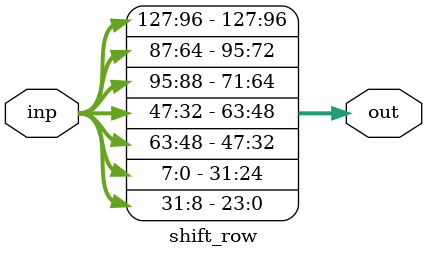
<source format=v>
module shift_row(inp, out);
	input [127:0] inp;
	output [127:0] out; 
	
	assign out[127:96] = inp[127:96];
	assign out[95:64] = {inp[87:64],inp[95:88]};
	assign out[63:32] = {inp[47:32],inp[63:48]};
	assign out[31:0] = {inp[7:0],inp[31:8]};
	
endmodule

</source>
